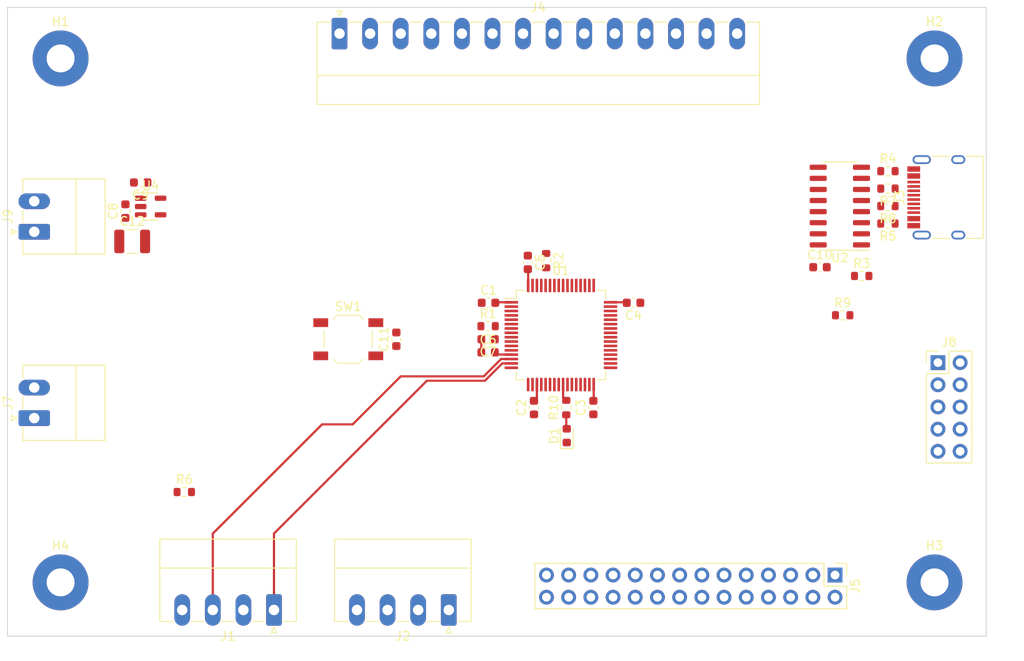
<source format=kicad_pcb>
(kicad_pcb (version 20221018) (generator pcbnew)
  (layers (0 "F.Cu" signal) (31 "B.Cu" signal) (34 "B.Paste" user) (35 "F.Paste" user) (36 "B.SilkS" user "B.Silkscreen") (37 "F.SilkS" user "F.Silkscreen") (38 "B.Mask" user) (39 "F.Mask" user) (44 "Edge.Cuts" user))
  (net 0 "")
  (net 1 "GND")
  (net 2 "/+3.3V")
  (net 3 "Net-(C6-Pad1)")
  (net 4 "+5V")
  (net 5 "Net-(C10-Pad1)")
  (net 6 "/NRST")
  (net 7 "Net-(D1-A)")
  (net 8 "/PUL1+")
  (net 9 "/DIR1+")
  (net 10 "/PUL2+")
  (net 11 "/DIR2+")
  (net 12 "Net-(J3-CC1)")
  (net 13 "Net-(J3-D+-PadA6)")
  (net 14 "Net-(J3-D--PadA7)")
  (net 16 "Net-(J3-CC2)")
  (net 18 "Net-(J3-SHIELD)")
  (net 19 "/PWM1")
  (net 20 "/PWM2")
  (net 21 "/COM1")
  (net 22 "/COM2")
  (net 23 "/COM3")
  (net 24 "/COM4")
  (net 25 "/COM5")
  (net 26 "/COM6")
  (net 27 "/COM7")
  (net 28 "/S1")
  (net 29 "/S2")
  (net 30 "/S3")
  (net 31 "/SE1")
  (net 32 "/SE2")
  (net 33 "/GND_EXT")
  (net 34 "/+3.3V_SENSE")
  (net 35 "/SWDIO")
  (net 36 "/SWCLK")
  (net 39 "Net-(U1-BOOT0)")
  (net 40 "/D-")
  (net 41 "/D+")
  (net 42 "/LED1")
  (net 43 "/RX")
  (net 44 "/TX")
  (net 56 "/PD0")
  (net 57 "/PC12")
  (net 58 "/PD1")
  (net 59 "/PC13")
  (net 60 "/PD2")
  (net 61 "/PC14")
  (net 62 "/PC0")
  (net 63 "/PC15")
  (net 64 "/PC1")
  (net 65 "/PA6")
  (net 66 "/PC2")
  (net 67 "/PA7")
  (net 68 "/PC3")
  (net 69 "/PA15")
  (net 70 "/PC4")
  (net 71 "/PB9")
  (net 72 "/PC6")
  (net 73 "/PB10")
  (net 74 "/PC7")
  (net 75 "/PB11")
  (net 76 "/PC8")
  (net 77 "/PB12")
  (net 78 "/PC9")
  (net 79 "/PB13")
  (net 80 "/PC10")
  (net 81 "/PB14")
  (net 82 "/PC11")
  (net 83 "/PB15")
  (footprint "Capacitor_SMD:C_0603_1608Metric" (layer "F.Cu") (at 186.975 93.75)
    (fp_text reference "C10" (at 0 -1.43) (layer "F.SilkS"))
    (fp_text value "100nF")
    (pad "1" smd roundrect (at -0.775 0) (size 0.9 0.95) (layers "F.Cu" "F.Paste" "F.Mask") (net 5 "Net-(C10-Pad1)"))
    (pad "2" smd roundrect (at 0.775 0) (size 0.9 0.95) (layers "F.Cu" "F.Paste" "F.Mask") (net 1 "GND"))
  )
  (footprint "Button_Switch_SMD:SW_SPST_TL3342" (layer "F.Cu") (at 133 102)
    (fp_text reference "SW1" (at 0 -3.75) (layer "F.SilkS"))
    (fp_text value "SW_Push")
    (pad "1" smd rect (at -3.15 -1.9) (size 1.7 1) (layers "F.Cu" "F.Paste" "F.Mask") (net 1 "GND"))
    (pad "1" smd rect (at 3.15 -1.9) (size 1.7 1) (layers "F.Cu" "F.Paste" "F.Mask") (net 1 "GND"))
    (pad "2" smd rect (at -3.15 1.9) (size 1.7 1) (layers "F.Cu" "F.Paste" "F.Mask") (net 6 "/NRST"))
    (pad "2" smd rect (at 3.15 1.9) (size 1.7 1) (layers "F.Cu" "F.Paste" "F.Mask") (net 6 "/NRST"))
  )
  (footprint "Resistor_SMD:R_0603_1608Metric" (layer "F.Cu") (at 155.645 93 -90)
    (fp_text reference "R2" (at 0 -1.43 90) (layer "F.SilkS"))
    (fp_text value "10k")
    (pad "1" smd roundrect (at -0.825 0 270) (size 0.8 0.95) (layers "F.Cu" "F.Paste" "F.Mask") (net 1 "GND"))
    (pad "2" smd roundrect (at 0.825 0 270) (size 0.8 0.95) (layers "F.Cu" "F.Paste" "F.Mask") (net 39 "Net-(U1-BOOT0)"))
  )
  (footprint "Capacitor_SMD:C_0603_1608Metric" (layer "F.Cu") (at 154.25 109.825 90)
    (fp_text reference "C2" (at 0 -1.43 90) (layer "F.SilkS"))
    (fp_text value "0.1uF")
    (pad "1" smd roundrect (at -0.775 0 90) (size 0.9 0.95) (layers "F.Cu" "F.Paste" "F.Mask") (net 1 "GND"))
    (pad "2" smd roundrect (at 0.775 0 90) (size 0.9 0.95) (layers "F.Cu" "F.Paste" "F.Mask") (net 2 "/+3.3V"))
  )
  (footprint "Capacitor_SMD:C_0603_1608Metric" (layer "F.Cu") (at 107.5 87.325 90)
    (fp_text reference "C8" (at 0 -1.43 90) (layer "F.SilkS"))
    (fp_text value "1uF")
    (pad "1" smd roundrect (at -0.775 0 90) (size 0.9 0.95) (layers "F.Cu" "F.Paste" "F.Mask") (net 4 "+5V"))
    (pad "2" smd roundrect (at 0.775 0 90) (size 0.9 0.95) (layers "F.Cu" "F.Paste" "F.Mask") (net 1 "GND"))
  )
  (footprint "Capacitor_SMD:C_1210_3225Metric" (layer "F.Cu") (at 108.275 90.8)
    (fp_text reference "C12" (at 0 -2.3) (layer "F.SilkS"))
    (fp_text value "47uF")
    (pad "1" smd roundrect (at -1.475 0) (size 1.15 2.7) (layers "F.Cu" "F.Paste" "F.Mask") (roundrect_rratio 0.217391) (net 1 "GND"))
    (pad "2" smd roundrect (at 1.475 0) (size 1.15 2.7) (layers "F.Cu" "F.Paste" "F.Mask") (roundrect_rratio 0.217391) (net 4 "+5V"))
  )
  (footprint "MountingHole:MountingHole_3.2mm_M3_Pad" (layer "F.Cu") (at 200.085 69.84)
    (fp_text reference "H2" (at 0 -4.2) (layer "F.SilkS"))
    (fp_text value "MountingHole_Pad")
    (pad "1" thru_hole circle (at 0 0) (size 6.4 6.4) (drill 3.2) (layers "*.Cu" "*.Mask") (net 1 "GND"))
  )
  (footprint "MountingHole:MountingHole_3.2mm_M3_Pad" (layer "F.Cu") (at 200.085 129.84)
    (fp_text reference "H3" (at 0 -4.2) (layer "F.SilkS"))
    (fp_text value "MountingHole_Pad")
    (pad "1" thru_hole circle (at 0 0) (size 6.4 6.4) (drill 3.2) (layers "*.Cu" "*.Mask") (net 1 "GND"))
  )
  (footprint "Resistor_SMD:R_0603_1608Metric" (layer "F.Cu") (at 149 100.5)
    (fp_text reference "R1" (at 0 -1.43) (layer "F.SilkS"))
    (fp_text value "10k")
    (pad "1" smd roundrect (at -0.825 0) (size 0.8 0.95) (layers "F.Cu" "F.Paste" "F.Mask") (net 6 "/NRST"))
    (pad "2" smd roundrect (at 0.825 0) (size 0.8 0.95) (layers "F.Cu" "F.Paste" "F.Mask") (net 2 "/+3.3V"))
  )
  (footprint "Connector_Phoenix_MC:PhoenixContact_MC_1,5_4-G-3.5_1x04_P3.50mm_Horizontal" (layer "F.Cu") (at 144.5 133 180)
    (fp_text reference "J2" (at 5.25 -3) (layer "F.SilkS"))
    (fp_text value "Conn_01x04_Socket")
    (pad "1" thru_hole roundrect (at 0 0 180) (size 1.8 3.6) (drill 1.2) (layers "*.Cu" "*.Mask") (roundrect_rratio 0.138889) (net 10 "/PUL2+"))
    (pad "2" thru_hole oval (at 3.5 0 180) (size 1.8 3.6) (drill 1.2) (layers "*.Cu" "*.Mask") (net 1 "GND"))
    (pad "3" thru_hole oval (at 7 0 180) (size 1.8 3.6) (drill 1.2) (layers "*.Cu" "*.Mask") (net 11 "/DIR2+"))
    (pad "4" thru_hole oval (at 10.5 0 180) (size 1.8 3.6) (drill 1.2) (layers "*.Cu" "*.Mask") (net 1 "GND"))
  )
  (footprint "Capacitor_SMD:C_0603_1608Metric" (layer "F.Cu") (at 149.045 97.825)
    (fp_text reference "C1" (at 0 -1.43) (layer "F.SilkS"))
    (fp_text value "0.1uF")
    (pad "1" smd roundrect (at -0.775 0) (size 0.9 0.95) (layers "F.Cu" "F.Paste" "F.Mask") (net 1 "GND"))
    (pad "2" smd roundrect (at 0.775 0) (size 0.9 0.95) (layers "F.Cu" "F.Paste" "F.Mask") (net 2 "/+3.3V"))
  )
  (footprint "Capacitor_SMD:C_0603_1608Metric" (layer "F.Cu") (at 153.545 93.2 -90)
    (fp_text reference "C5" (at 0 -1.43 90) (layer "F.SilkS"))
    (fp_text value "0.1uF")
    (pad "1" smd roundrect (at -0.775 0 270) (size 0.9 0.95) (layers "F.Cu" "F.Paste" "F.Mask") (net 1 "GND"))
    (pad "2" smd roundrect (at 0.775 0 270) (size 0.9 0.95) (layers "F.Cu" "F.Paste" "F.Mask") (net 2 "/+3.3V"))
  )
  (footprint "MountingHole:MountingHole_3.2mm_M3_Pad" (layer "F.Cu") (at 100.085 129.84)
    (fp_text reference "H4" (at 0 -4.2) (layer "F.SilkS"))
    (fp_text value "MountingHole_Pad")
    (pad "1" thru_hole circle (at 0 0) (size 6.4 6.4) (drill 3.2) (layers "*.Cu" "*.Mask") (net 1 "GND"))
  )
  (footprint "Connector_USB:USB_C_Receptacle_HRO_TYPE-C-31-M-12" (layer "F.Cu") (at 201.75 85.75 90)
    (fp_text reference "J3" (at 0 -5.645 90) (layer "F.SilkS"))
    (fp_text value "USB_C_Receptacle_USB2.0_16P")
    (pad "" np_thru_hole circle (at -2.89 -2.6 90) (size 0.65 0.65) (drill 0.65) (layers "*.Cu" "*.Mask"))
    (pad "" np_thru_hole circle (at 2.89 -2.6 90) (size 0.65 0.65) (drill 0.65) (layers "*.Cu" "*.Mask"))
    (pad "A1" smd rect (at -3.25 -4.045 90) (size 0.6 1.45) (layers "F.Cu" "F.Paste" "F.Mask") (net 1 "GND"))
    (pad "A4" smd rect (at -2.45 -4.045 90) (size 0.6 1.45) (layers "F.Cu" "F.Paste" "F.Mask") (net 4 "+5V"))
    (pad "A5" smd rect (at -1.25 -4.045 90) (size 0.3 1.45) (layers "F.Cu" "F.Paste" "F.Mask") (net 12 "Net-(J3-CC1)"))
    (pad "A6" smd rect (at -0.25 -4.045 90) (size 0.3 1.45) (layers "F.Cu" "F.Paste" "F.Mask") (net 13 "Net-(J3-D+-PadA6)"))
    (pad "A7" smd rect (at 0.25 -4.045 90) (size 0.3 1.45) (layers "F.Cu" "F.Paste" "F.Mask") (net 14 "Net-(J3-D--PadA7)"))
    (pad "A8" smd rect (at 1.25 -4.045 90) (size 0.3 1.45) (layers "F.Cu" "F.Paste" "F.Mask"))
    (pad "A9" smd rect (at 2.45 -4.045 90) (size 0.6 1.45) (layers "F.Cu" "F.Paste" "F.Mask") (net 4 "+5V"))
    (pad "A12" smd rect (at 3.25 -4.045 90) (size 0.6 1.45) (layers "F.Cu" "F.Paste" "F.Mask") (net 1 "GND"))
    (pad "B1" smd rect (at 3.25 -4.045 90) (size 0.6 1.45) (layers "F.Cu" "F.Paste" "F.Mask") (net 1 "GND"))
    (pad "B4" smd rect (at 2.45 -4.045 90) (size 0.6 1.45) (layers "F.Cu" "F.Paste" "F.Mask") (net 4 "+5V"))
    (pad "B5" smd rect (at 1.75 -4.045 90) (size 0.3 1.45) (layers "F.Cu" "F.Paste" "F.Mask") (net 16 "Net-(J3-CC2)"))
    (pad "B6" smd rect (at 0.75 -4.045 90) (size 0.3 1.45) (layers "F.Cu" "F.Paste" "F.Mask") (net 13 "Net-(J3-D+-PadA6)"))
    (pad "B7" smd rect (at -0.75 -4.045 90) (size 0.3 1.45) (layers "F.Cu" "F.Paste" "F.Mask") (net 14 "Net-(J3-D--PadA7)"))
    (pad "B8" smd rect (at -1.75 -4.045 90) (size 0.3 1.45) (layers "F.Cu" "F.Paste" "F.Mask"))
    (pad "B9" smd rect (at -2.45 -4.045 90) (size 0.6 1.45) (layers "F.Cu" "F.Paste" "F.Mask") (net 4 "+5V"))
    (pad "B12" smd rect (at -3.25 -4.045 90) (size 0.6 1.45) (layers "F.Cu" "F.Paste" "F.Mask") (net 1 "GND"))
    (pad "S1" thru_hole oval (at -4.32 -3.13 90) (size 1 2.1) (drill oval 0.6 1.7) (layers "*.Cu" "*.Mask") (net 18 "Net-(J3-SHIELD)"))
    (pad "S1" thru_hole oval (at -4.32 1.05 90) (size 1 1.6) (drill oval 0.6 1.2) (layers "*.Cu" "*.Mask") (net 18 "Net-(J3-SHIELD)"))
    (pad "S1" thru_hole oval (at 4.32 -3.13 90) (size 1 2.1) (drill oval 0.6 1.7) (layers "*.Cu" "*.Mask") (net 18 "Net-(J3-SHIELD)"))
    (pad "S1" thru_hole oval (at 4.32 1.05 90) (size 1 1.6) (drill oval 0.6 1.2) (layers "*.Cu" "*.Mask") (net 18 "Net-(J3-SHIELD)"))
  )
  (footprint "Capacitor_SMD:C_0603_1608Metric" (layer "F.Cu") (at 149 103.5)
    (fp_text reference "C6" (at 0 -1.43) (layer "F.SilkS"))
    (fp_text value "0.1uF")
    (pad "1" smd roundrect (at -0.775 0) (size 0.9 0.95) (layers "F.Cu" "F.Paste" "F.Mask") (net 3 "Net-(C6-Pad1)"))
    (pad "2" smd roundrect (at 0.775 0) (size 0.9 0.95) (layers "F.Cu" "F.Paste" "F.Mask") (net 2 "/+3.3V"))
  )
  (footprint "Resistor_SMD:R_0603_1608Metric" (layer "F.Cu") (at 194.75 84.75 180)
    (fp_text reference "R7" (at 0 -1.43) (layer "F.SilkS"))
    (fp_text value "22")
    (pad "1" smd roundrect (at -0.825 0 180) (size 0.8 0.95) (layers "F.Cu" "F.Paste" "F.Mask") (net 14 "Net-(J3-D--PadA7)"))
    (pad "2" smd roundrect (at 0.825 0 180) (size 0.8 0.95) (layers "F.Cu" "F.Paste" "F.Mask") (net 40 "/D-"))
  )
  (footprint "Package_SO:SOIC-16_3.9x9.9mm_P1.27mm" (layer "F.Cu") (at 189.25 86.75 180)
    (fp_text reference "U2" (at 0 -5.9) (layer "F.SilkS"))
    (fp_text value "CH340C")
    (pad "1" smd roundrect (at -2.475 -4.445 180) (size 1.95 0.6) (layers "F.Cu" "F.Paste" "F.Mask") (net 1 "GND"))
    (pad "2" smd roundrect (at -2.475 -3.175 180) (size 1.95 0.6) (layers "F.Cu" "F.Paste" "F.Mask") (net 44 "/TX"))
    (pad "3" smd roundrect (at -2.475 -1.905 180) (size 1.95 0.6) (layers "F.Cu" "F.Paste" "F.Mask") (net 43 "/RX"))
    (pad "4" smd roundrect (at -2.475 -0.635 180) (size 1.95 0.6) (layers "F.Cu" "F.Paste" "F.Mask"))
    (pad "5" smd roundrect (at -2.475 0.635 180) (size 1.95 0.6) (layers "F.Cu" "F.Paste" "F.Mask") (net 41 "/D+"))
    (pad "6" smd roundrect (at -2.475 1.905 180) (size 1.95 0.6) (layers "F.Cu" "F.Paste" "F.Mask") (net 40 "/D-"))
    (pad "7" smd roundrect (at -2.475 3.175 180) (size 1.95 0.6) (layers "F.Cu" "F.Paste" "F.Mask"))
    (pad "8" smd roundrect (at -2.475 4.445 180) (size 1.95 0.6) (layers "F.Cu" "F.Paste" "F.Mask"))
    (pad "9" smd roundrect (at 2.475 4.445 180) (size 1.95 0.6) (layers "F.Cu" "F.Paste" "F.Mask"))
    (pad "10" smd roundrect (at 2.475 3.175 180) (size 1.95 0.6) (layers "F.Cu" "F.Paste" "F.Mask"))
    (pad "11" smd roundrect (at 2.475 1.905 180) (size 1.95 0.6) (layers "F.Cu" "F.Paste" "F.Mask"))
    (pad "12" smd roundrect (at 2.475 0.635 180) (size 1.95 0.6) (layers "F.Cu" "F.Paste" "F.Mask"))
    (pad "13" smd roundrect (at 2.475 -0.635 180) (size 1.95 0.6) (layers "F.Cu" "F.Paste" "F.Mask"))
    (pad "14" smd roundrect (at 2.475 -1.905 180) (size 1.95 0.6) (layers "F.Cu" "F.Paste" "F.Mask"))
    (pad "15" smd roundrect (at 2.475 -3.175 180) (size 1.95 0.6) (layers "F.Cu" "F.Paste" "F.Mask"))
    (pad "16" smd roundrect (at 2.475 -4.445 180) (size 1.95 0.6) (layers "F.Cu" "F.Paste" "F.Mask") (net 2 "/+3.3V"))
  )
  (footprint "Connector_PinHeader_2.54mm:PinHeader_2x14_P2.54mm_Vertical" (layer "F.Cu") (at 188.7 129 -90)
    (fp_text reference "J5" (at 1.27 -2.33 90) (layer "F.SilkS"))
    (fp_text value "Conn_02x14_Odd_Even")
    (pad "1" thru_hole rect (at 0 0 270) (size 1.7 1.7) (drill 1) (layers "*.Cu" "*.Mask") (net 56 "/PD0"))
    (pad "2" thru_hole oval (at 2.54 0 270) (size 1.7 1.7) (drill 1) (layers "*.Cu" "*.Mask") (net 57 "/PC12"))
    (pad "3" thru_hole oval (at 0 2.54 270) (size 1.7 1.7) (drill 1) (layers "*.Cu" "*.Mask") (net 58 "/PD1"))
    (pad "4" thru_hole oval (at 2.54 2.54 270) (size 1.7 1.7) (drill 1) (layers "*.Cu" "*.Mask") (net 59 "/PC13"))
    (pad "5" thru_hole oval (at 0 5.08 270) (size 1.7 1.7) (drill 1) (layers "*.Cu" "*.Mask") (net 60 "/PD2"))
    (pad "6" thru_hole oval (at 2.54 5.08 270) (size 1.7 1.7) (drill 1) (layers "*.Cu" "*.Mask") (net 61 "/PC14"))
    (pad "7" thru_hole oval (at 0 7.62 270) (size 1.7 1.7) (drill 1) (layers "*.Cu" "*.Mask") (net 62 "/PC0"))
    (pad "8" thru_hole oval (at 2.54 7.62 270) (size 1.7 1.7) (drill 1) (layers "*.Cu" "*.Mask") (net 63 "/PC15"))
    (pad "9" thru_hole oval (at 0 10.16 270) (size 1.7 1.7) (drill 1) (layers "*.Cu" "*.Mask") (net 64 "/PC1"))
    (pad "10" thru_hole oval (at 2.54 10.16 270) (size 1.7 1.7) (drill 1) (layers "*.Cu" "*.Mask") (net 65 "/PA6"))
    (pad "11" thru_hole oval (at 0 12.7 270) (size 1.7 1.7) (drill 1) (layers "*.Cu" "*.Mask") (net 66 "/PC2"))
    (pad "12" thru_hole oval (at 2.54 12.7 270) (size 1.7 1.7) (drill 1) (layers "*.Cu" "*.Mask") (net 67 "/PA7"))
    (pad "13" thru_hole oval (at 0 15.24 270) (size 1.7 1.7) (drill 1) (layers "*.Cu" "*.Mask") (net 68 "/PC3"))
    (pad "14" thru_hole oval (at 2.54 15.24 270) (size 1.7 1.7) (drill 1) (layers "*.Cu" "*.Mask") (net 69 "/PA15"))
    (pad "15" thru_hole oval (at 0 17.78 270) (size 1.7 1.7) (drill 1) (layers "*.Cu" "*.Mask") (net 70 "/PC4"))
    (pad "16" thru_hole oval (at 2.54 17.78 270) (size 1.7 1.7) (drill 1) (layers "*.Cu" "*.Mask") (net 71 "/PB9"))
    (pad "17" thru_hole oval (at 0 20.32 270) (size 1.7 1.7) (drill 1) (layers "*.Cu" "*.Mask") (net 72 "/PC6"))
    (pad "18" thru_hole oval (at 2.54 20.32 270) (size 1.7 1.7) (drill 1) (layers "*.Cu" "*.Mask") (net 73 "/PB10"))
    (pad "19" thru_hole oval (at 0 22.86 270) (size 1.7 1.7) (drill 1) (layers "*.Cu" "*.Mask") (net 74 "/PC7"))
    (pad "20" thru_hole oval (at 2.54 22.86 270) (size 1.7 1.7) (drill 1) (layers "*.Cu" "*.Mask") (net 75 "/PB11"))
    (pad "21" thru_hole oval (at 0 25.4 270) (size 1.7 1.7) (drill 1) (layers "*.Cu" "*.Mask") (net 76 "/PC8"))
    (pad "22" thru_hole oval (at 2.54 25.4 270) (size 1.7 1.7) (drill 1) (layers "*.Cu" "*.Mask") (net 77 "/PB12"))
    (pad "23" thru_hole oval (at 0 27.94 270) (size 1.7 1.7) (drill 1) (layers "*.Cu" "*.Mask") (net 78 "/PC9"))
    (pad "24" thru_hole oval (at 2.54 27.94 270) (size 1.7 1.7) (drill 1) (layers "*.Cu" "*.Mask") (net 79 "/PB13"))
    (pad "25" thru_hole oval (at 0 30.48 270) (size 1.7 1.7) (drill 1) (layers "*.Cu" "*.Mask") (net 80 "/PC10"))
    (pad "26" thru_hole oval (at 2.54 30.48 270) (size 1.7 1.7) (drill 1) (layers "*.Cu" "*.Mask") (net 81 "/PB14"))
    (pad "27" thru_hole oval (at 0 33.02 270) (size 1.7 1.7) (drill 1) (layers "*.Cu" "*.Mask") (net 82 "/PC11"))
    (pad "28" thru_hole oval (at 2.54 33.02 270) (size 1.7 1.7) (drill 1) (layers "*.Cu" "*.Mask") (net 83 "/PB15"))
  )
  (footprint "MountingHole:MountingHole_3.2mm_M3_Pad" (layer "F.Cu") (at 100.085 69.84)
    (fp_text reference "H1" (at 0 -4.2) (layer "F.SilkS"))
    (fp_text value "MountingHole_Pad")
    (pad "1" thru_hole circle (at 0 0) (size 6.4 6.4) (drill 3.2) (layers "*.Cu" "*.Mask") (net 1 "GND"))
  )
  (footprint "Package_TO_SOT_SMD:SOT-23-5" (layer "F.Cu") (at 110.3875 86.8)
    (fp_text reference "U4" (at 0 -2.4) (layer "F.SilkS"))
    (fp_text value "AP2112K-3.3")
    (pad "1" smd roundrect (at -1.1375 -0.95) (size 1.325 0.6) (layers "F.Cu" "F.Paste" "F.Mask") (net 4 "+5V"))
    (pad "2" smd roundrect (at -1.1375 0) (size 1.325 0.6) (layers "F.Cu" "F.Paste" "F.Mask") (net 1 "GND"))
    (pad "3" smd roundrect (at -1.1375 0.95) (size 1.325 0.6) (layers "F.Cu" "F.Paste" "F.Mask") (net 4 "+5V"))
    (pad "4" smd roundrect (at 1.1375 0.95) (size 1.325 0.6) (layers "F.Cu" "F.Paste" "F.Mask"))
    (pad "5" smd roundrect (at 1.1375 -0.95) (size 1.325 0.6) (layers "F.Cu" "F.Paste" "F.Mask") (net 2 "/+3.3V"))
  )
  (footprint "Capacitor_SMD:C_0603_1608Metric" (layer "F.Cu") (at 149 102 180)
    (fp_text reference "C7" (at 0 -1.43) (layer "F.SilkS"))
    (fp_text value "1uF")
    (pad "1" smd roundrect (at -0.775 0 180) (size 0.9 0.95) (layers "F.Cu" "F.Paste" "F.Mask") (net 1 "GND"))
    (pad "2" smd roundrect (at 0.775 0 180) (size 0.9 0.95) (layers "F.Cu" "F.Paste" "F.Mask") (net 3 "Net-(C6-Pad1)"))
  )
  (footprint "Capacitor_SMD:C_0603_1608Metric" (layer "F.Cu") (at 161.045 109.825 90)
    (fp_text reference "C3" (at 0 -1.43 90) (layer "F.SilkS"))
    (fp_text value "0.1uF")
    (pad "1" smd roundrect (at -0.775 0 90) (size 0.9 0.95) (layers "F.Cu" "F.Paste" "F.Mask") (net 1 "GND"))
    (pad "2" smd roundrect (at 0.775 0 90) (size 0.9 0.95) (layers "F.Cu" "F.Paste" "F.Mask") (net 2 "/+3.3V"))
  )
  (footprint "Resistor_SMD:R_0603_1608Metric" (layer "F.Cu") (at 194.75 86.75 180)
    (fp_text reference "R8" (at 0 -1.43) (layer "F.SilkS"))
    (fp_text value "22")
    (pad "1" smd roundrect (at -0.825 0 180) (size 0.8 0.95) (layers "F.Cu" "F.Paste" "F.Mask") (net 13 "Net-(J3-D+-PadA6)"))
    (pad "2" smd roundrect (at 0.825 0 180) (size 0.8 0.95) (layers "F.Cu" "F.Paste" "F.Mask") (net 41 "/D+"))
  )
  (footprint "Connector_Phoenix_MC:PhoenixContact_MC_1,5_2-G-3.5_1x02_P3.50mm_Horizontal" (layer "F.Cu") (at 97.0675 89.695 90)
    (fp_text reference "J9" (at 1.75 -3 90) (layer "F.SilkS"))
    (fp_text value "Conn_01x02_Socket")
    (pad "1" thru_hole roundrect (at 0 0 90) (size 1.8 3.6) (drill 1.2) (layers "*.Cu" "*.Mask") (roundrect_rratio 0.138889) (net 4 "+5V"))
    (pad "2" thru_hole oval (at 3.5 0 90) (size 1.8 3.6) (drill 1.2) (layers "*.Cu" "*.Mask") (net 1 "GND"))
  )
  (footprint "Connector_Phoenix_MC:PhoenixContact_MC_1,5_4-G-3.5_1x04_P3.50mm_Horizontal" (layer "F.Cu") (at 124.5 133 180)
    (fp_text reference "J1" (at 5.25 -3) (layer "F.SilkS"))
    (fp_text value "Conn_01x04_Socket")
    (pad "1" thru_hole roundrect (at 0 0 180) (size 1.8 3.6) (drill 1.2) (layers "*.Cu" "*.Mask") (roundrect_rratio 0.138889) (net 8 "/PUL1+"))
    (pad "2" thru_hole oval (at 3.5 0 180) (size 1.8 3.6) (drill 1.2) (layers "*.Cu" "*.Mask") (net 1 "GND"))
    (pad "3" thru_hole oval (at 7 0 180) (size 1.8 3.6) (drill 1.2) (layers "*.Cu" "*.Mask") (net 9 "/DIR1+"))
    (pad "4" thru_hole oval (at 10.5 0 180) (size 1.8 3.6) (drill 1.2) (layers "*.Cu" "*.Mask") (net 1 "GND"))
  )
  (footprint "Resistor_SMD:R_0603_1608Metric" (layer "F.Cu") (at 194.75 88.75 180)
    (fp_text reference "R5" (at 0 -1.43) (layer "F.SilkS"))
    (fp_text value "5.1k")
    (pad "1" smd roundrect (at -0.825 0 180) (size 0.8 0.95) (layers "F.Cu" "F.Paste" "F.Mask") (net 12 "Net-(J3-CC1)"))
    (pad "2" smd roundrect (at 0.825 0 180) (size 0.8 0.95) (layers "F.Cu" "F.Paste" "F.Mask") (net 1 "GND"))
  )
  (footprint "Package_QFP:LQFP-64_10x10mm_P0.5mm" (layer "F.Cu") (at 157.335 101.515)
    (fp_text reference "U1" (at 0 -7.4) (layer "F.SilkS"))
    (fp_text value "STM32F103RBTx")
    (pad "1" smd roundrect (at -5.675 -3.75) (size 1.55 0.3) (layers "F.Cu" "F.Paste" "F.Mask") (net 2 "/+3.3V"))
    (pad "2" smd roundrect (at -5.675 -3.25) (size 1.55 0.3) (layers "F.Cu" "F.Paste" "F.Mask") (net 59 "/PC13"))
    (pad "3" smd roundrect (at -5.675 -2.75) (size 1.55 0.3) (layers "F.Cu" "F.Paste" "F.Mask") (net 61 "/PC14"))
    (pad "4" smd roundrect (at -5.675 -2.25) (size 1.55 0.3) (layers "F.Cu" "F.Paste" "F.Mask") (net 63 "/PC15"))
    (pad "5" smd roundrect (at -5.675 -1.75) (size 1.55 0.3) (layers "F.Cu" "F.Paste" "F.Mask") (net 56 "/PD0"))
    (pad "6" smd roundrect (at -5.675 -1.25) (size 1.55 0.3) (layers "F.Cu" "F.Paste" "F.Mask") (net 58 "/PD1"))
    (pad "7" smd roundrect (at -5.675 -0.75) (size 1.55 0.3) (layers "F.Cu" "F.Paste" "F.Mask") (net 6 "/NRST"))
    (pad "8" smd roundrect (at -5.675 -0.25) (size 1.55 0.3) (layers "F.Cu" "F.Paste" "F.Mask") (net 62 "/PC0"))
    (pad "9" smd roundrect (at -5.675 0.25) (size 1.55 0.3) (layers "F.Cu" "F.Paste" "F.Mask") (net 64 "/PC1"))
    (pad "10" smd roundrect (at -5.675 0.75) (size 1.55 0.3) (layers "F.Cu" "F.Paste" "F.Mask") (net 66 "/PC2"))
    (pad "11" smd roundrect (at -5.675 1.25) (size 1.55 0.3) (layers "F.Cu" "F.Paste" "F.Mask") (net 68 "/PC3"))
    (pad "12" smd roundrect (at -5.675 1.75) (size 1.55 0.3) (layers "F.Cu" "F.Paste" "F.Mask") (net 1 "GND"))
    (pad "13" smd roundrect (at -5.675 2.25) (size 1.55 0.3) (layers "F.Cu" "F.Paste" "F.Mask") (net 2 "/+3.3V"))
    (pad "14" smd roundrect (at -5.675 2.75) (size 1.55 0.3) (layers "F.Cu" "F.Paste" "F.Mask") (net 9 "/DIR1+"))
    (pad "15" smd roundrect (at -5.675 3.25) (size 1.55 0.3) (layers "F.Cu" "F.Paste" "F.Mask") (net 8 "/PUL1+"))
    (pad "16" smd roundrect (at -5.675 3.75) (size 1.55 0.3) (layers "F.Cu" "F.Paste" "F.Mask") (net 43 "/RX"))
    (pad "17" smd roundrect (at -3.75 5.675) (size 0.3 1.55) (layers "F.Cu" "F.Paste" "F.Mask") (net 44 "/TX"))
    (pad "18" smd roundrect (at -3.25 5.675) (size 0.3 1.55) (layers "F.Cu" "F.Paste" "F.Mask") (net 1 "GND"))
    (pad "19" smd roundrect (at -2.75 5.675) (size 0.3 1.55) (layers "F.Cu" "F.Paste" "F.Mask") (net 2 "/+3.3V"))
    (pad "20" smd roundrect (at -2.25 5.675) (size 0.3 1.55) (layers "F.Cu" "F.Paste" "F.Mask") (net 11 "/DIR2+"))
    (pad "21" smd roundrect (at -1.75 5.675) (size 0.3 1.55) (layers "F.Cu" "F.Paste" "F.Mask") (net 10 "/PUL2+"))
    (pad "22" smd roundrect (at -1.25 5.675) (size 0.3 1.55) (layers "F.Cu" "F.Paste" "F.Mask") (net 65 "/PA6"))
    (pad "23" smd roundrect (at -0.75 5.675) (size 0.3 1.55) (layers "F.Cu" "F.Paste" "F.Mask") (net 67 "/PA7"))
    (pad "24" smd roundrect (at -0.25 5.675) (size 0.3 1.55) (layers "F.Cu" "F.Paste" "F.Mask") (net 70 "/PC4"))
    (pad "25" smd roundrect (at 0.25 5.675) (size 0.3 1.55) (layers "F.Cu" "F.Paste" "F.Mask") (net 42 "/LED1"))
    (pad "26" smd roundrect (at 0.75 5.675) (size 0.3 1.55) (layers "F.Cu" "F.Paste" "F.Mask") (net 21 "/COM1"))
    (pad "27" smd roundrect (at 1.25 5.675) (size 0.3 1.55) (layers "F.Cu" "F.Paste" "F.Mask") (net 22 "/COM2"))
    (pad "28" smd roundrect (at 1.75 5.675) (size 0.3 1.55) (layers "F.Cu" "F.Paste" "F.Mask") (net 23 "/COM3"))
    (pad "29" smd roundrect (at 2.25 5.675) (size 0.3 1.55) (layers "F.Cu" "F.Paste" "F.Mask") (net 73 "/PB10"))
    (pad "30" smd roundrect (at 2.75 5.675) (size 0.3 1.55) (layers "F.Cu" "F.Paste" "F.Mask") (net 75 "/PB11"))
    (pad "31" smd roundrect (at 3.25 5.675) (size 0.3 1.55) (layers "F.Cu" "F.Paste" "F.Mask") (net 1 "GND"))
    (pad "32" smd roundrect (at 3.75 5.675) (size 0.3 1.55) (layers "F.Cu" "F.Paste" "F.Mask") (net 2 "/+3.3V"))
    (pad "33" smd roundrect (at 5.675 3.75) (size 1.55 0.3) (layers "F.Cu" "F.Paste" "F.Mask") (net 77 "/PB12"))
    (pad "34" smd roundrect (at 5.675 3.25) (size 1.55 0.3) (layers "F.Cu" "F.Paste" "F.Mask") (net 79 "/PB13"))
    (pad "35" smd roundrect (at 5.675 2.75) (size 1.55 0.3) (layers "F.Cu" "F.Paste" "F.Mask") (net 81 "/PB14"))
    (pad "36" smd roundrect (at 5.675 2.25) (size 1.55 0.3) (layers "F.Cu" "F.Paste" "F.Mask") (net 83 "/PB15"))
    (pad "37" smd roundrect (at 5.675 1.75) (size 1.55 0.3) (layers "F.Cu" "F.Paste" "F.Mask") (net 72 "/PC6"))
    (pad "38" smd roundrect (at 5.675 1.25) (size 1.55 0.3) (layers "F.Cu" "F.Paste" "F.Mask") (net 74 "/PC7"))
    (pad "39" smd roundrect (at 5.675 0.75) (size 1.55 0.3) (layers "F.Cu" "F.Paste" "F.Mask") (net 76 "/PC8"))
    (pad "40" smd roundrect (at 5.675 0.25) (size 1.55 0.3) (layers "F.Cu" "F.Paste" "F.Mask") (net 78 "/PC9"))
    (pad "41" smd roundrect (at 5.675 -0.25) (size 1.55 0.3) (layers "F.Cu" "F.Paste" "F.Mask") (net 19 "/PWM1"))
    (pad "42" smd roundrect (at 5.675 -0.75) (size 1.55 0.3) (layers "F.Cu" "F.Paste" "F.Mask") (net 20 "/PWM2"))
    (pad "43" smd roundrect (at 5.675 -1.25) (size 1.55 0.3) (layers "F.Cu" "F.Paste" "F.Mask") (net 28 "/S1"))
    (pad "44" smd roundrect (at 5.675 -1.75) (size 1.55 0.3) (layers "F.Cu" "F.Paste" "F.Mask") (net 29 "/S2"))
    (pad "45" smd roundrect (at 5.675 -2.25) (size 1.55 0.3) (layers "F.Cu" "F.Paste" "F.Mask") (net 30 "/S3"))
    (pad "46" smd roundrect (at 5.675 -2.75) (size 1.55 0.3) (layers "F.Cu" "F.Paste" "F.Mask") (net 35 "/SWDIO"))
    (pad "47" smd roundrect (at 5.675 -3.25) (size 1.55 0.3) (layers "F.Cu" "F.Paste" "F.Mask") (net 1 "GND"))
    (pad "48" smd roundrect (at 5.675 -3.75) (size 1.55 0.3) (layers "F.Cu" "F.Paste" "F.Mask") (net 2 "/+3.3V"))
    (pad "49" smd roundrect (at 3.75 -5.675) (size 0.3 1.55) (layers "F.Cu" "F.Paste" "F.Mask") (net 36 "/SWCLK"))
    (pad "50" smd roundrect (at 3.25 -5.675) (size 0.3 1.55) (layers "F.Cu" "F.Paste" "F.Mask") (net 69 "/PA15"))
    (pad "51" smd roundrect (at 2.75 -5.675) (size 0.3 1.55) (layers "F.Cu" "F.Paste" "F.Mask") (net 80 "/PC10"))
    (pad "52" smd roundrect (at 2.25 -5.675) (size 0.3 1.55) (layers "F.Cu" "F.Paste" "F.Mask") (net 82 "/PC11"))
    (pad "53" smd roundrect (at 1.75 -5.675) (size 0.3 1.55) (layers "F.Cu" "F.Paste" "F.Mask") (net 57 "/PC12"))
    (pad "54" smd roundrect (at 1.25 -5.675) (size 0.3 1.55) (layers "F.Cu" "F.Paste" "F.Mask") (net 60 "/PD2"))
    (pad "55" smd roundrect (at 0.75 -5.675) (size 0.3 1.55) (layers "F.Cu" "F.Paste" "F.Mask") (net 24 "/COM4"))
    (pad "56" smd roundrect (at 0.25 -5.675) (size 0.3 1.55) (layers "F.Cu" "F.Paste" "F.Mask") (net 25 "/COM5"))
    (pad "57" smd roundrect (at -0.25 -5.675) (size 0.3 1.55) (layers "F.Cu" "F.Paste" "F.Mask") (net 26 "/COM6"))
    (pad "58" smd roundrect (at -0.75 -5.675) (size 0.3 1.55) (layers "F.Cu" "F.Paste" "F.Mask") (net 27 "/COM7"))
    (pad "59" smd roundrect (at -1.25 -5.675) (size 0.3 1.55) (layers "F.Cu" "F.Paste" "F.Mask") (net 31 "/SE1"))
    (pad "60" smd roundrect (at -1.75 -5.675) (size 0.3 1.55) (layers "F.Cu" "F.Paste" "F.Mask") (net 39 "Net-(U1-BOOT0)"))
    (pad "61" smd roundrect (at -2.25 -5.675) (size 0.3 1.55) (layers "F.Cu" "F.Paste" "F.Mask") (net 32 "/SE2"))
    (pad "62" smd roundrect (at -2.75 -5.675) (size 0.3 1.55) (layers "F.Cu" "F.Paste" "F.Mask") (net 71 "/PB9"))
    (pad "63" smd roundrect (at -3.25 -5.675) (size 0.3 1.55) (layers "F.Cu" "F.Paste" "F.Mask") (net 1 "GND"))
    (pad "64" smd roundrect (at -3.75 -5.675) (size 0.3 1.55) (layers "F.Cu" "F.Paste" "F.Mask") (net 2 "/+3.3V"))
  )
  (footprint "Capacitor_SMD:C_0603_1608Metric" (layer "F.Cu") (at 109.25 84.05 180)
    (fp_text reference "C9" (at 0 -1.43) (layer "F.SilkS"))
    (fp_text value "1uF")
    (pad "1" smd roundrect (at -0.775 0 180) (size 0.9 0.95) (layers "F.Cu" "F.Paste" "F.Mask") (net 2 "/+3.3V"))
    (pad "2" smd roundrect (at 0.775 0 180) (size 0.9 0.95) (layers "F.Cu" "F.Paste" "F.Mask") (net 1 "GND"))
  )
  (footprint "Resistor_SMD:R_0603_1608Metric" (layer "F.Cu") (at 194.75 82.75)
    (fp_text reference "R4" (at 0 -1.43) (layer "F.SilkS"))
    (fp_text value "5.1k")
    (pad "1" smd roundrect (at -0.825 0) (size 0.8 0.95) (layers "F.Cu" "F.Paste" "F.Mask") (net 16 "Net-(J3-CC2)"))
    (pad "2" smd roundrect (at 0.825 0) (size 0.8 0.95) (layers "F.Cu" "F.Paste" "F.Mask") (net 1 "GND"))
  )
  (footprint "Connector_PinHeader_2.54mm:PinHeader_2x05_P2.54mm_Vertical" (layer "F.Cu") (at 200.475 104.675)
    (fp_text reference "J8" (at 1.27 -2.33) (layer "F.SilkS"))
    (fp_text value "Conn_02x05_Odd_Even")
    (pad "1" thru_hole rect (at 0 0) (size 1.7 1.7) (drill 1) (layers "*.Cu" "*.Mask") (net 34 "/+3.3V_SENSE"))
    (pad "2" thru_hole oval (at 2.54 0) (size 1.7 1.7) (drill 1) (layers "*.Cu" "*.Mask") (net 35 "/SWDIO"))
    (pad "3" thru_hole oval (at 0 2.54) (size 1.7 1.7) (drill 1) (layers "*.Cu" "*.Mask") (net 1 "GND"))
    (pad "4" thru_hole oval (at 2.54 2.54) (size 1.7 1.7) (drill 1) (layers "*.Cu" "*.Mask") (net 36 "/SWCLK"))
    (pad "5" thru_hole oval (at 0 5.08) (size 1.7 1.7) (drill 1) (layers "*.Cu" "*.Mask") (net 1 "GND"))
    (pad "6" thru_hole oval (at 2.54 5.08) (size 1.7 1.7) (drill 1) (layers "*.Cu" "*.Mask"))
    (pad "7" thru_hole oval (at 0 7.62) (size 1.7 1.7) (drill 1) (layers "*.Cu" "*.Mask") (net 6 "/NRST"))
    (pad "8" thru_hole oval (at 2.54 7.62) (size 1.7 1.7) (drill 1) (layers "*.Cu" "*.Mask") (net 1 "GND"))
    (pad "9" thru_hole oval (at 0 10.16) (size 1.7 1.7) (drill 1) (layers "*.Cu" "*.Mask") (net 1 "GND"))
    (pad "10" thru_hole oval (at 2.54 10.16) (size 1.7 1.7) (drill 1) (layers "*.Cu" "*.Mask"))
  )
  (footprint "LED_SMD:LED_0603_1608Metric" (layer "F.Cu") (at 158 113.0375 90)
    (fp_text reference "D1" (at 0 -1.43 90) (layer "F.SilkS"))
    (fp_text value "LED")
    (pad "1" smd roundrect (at -0.7875 0 90) (size 0.875 0.95) (layers "F.Cu" "F.Paste" "F.Mask") (net 1 "GND"))
    (pad "2" smd roundrect (at 0.7875 0 90) (size 0.875 0.95) (layers "F.Cu" "F.Paste" "F.Mask") (net 7 "Net-(D1-A)"))
  )
  (footprint "Resistor_SMD:R_0603_1608Metric" (layer "F.Cu") (at 114.235 119.495)
    (fp_text reference "R6" (at 0 -1.43) (layer "F.SilkS"))
    (fp_text value "0")
    (pad "1" smd roundrect (at -0.825 0) (size 0.8 0.95) (layers "F.Cu" "F.Paste" "F.Mask") (net 33 "/GND_EXT"))
    (pad "2" smd roundrect (at 0.825 0) (size 0.8 0.95) (layers "F.Cu" "F.Paste" "F.Mask") (net 1 "GND"))
  )
  (footprint "Resistor_SMD:R_0603_1608Metric" (layer "F.Cu") (at 191.75 94.75)
    (fp_text reference "R3" (at 0 -1.43) (layer "F.SilkS"))
    (fp_text value "1M")
    (pad "1" smd roundrect (at -0.825 0) (size 0.8 0.95) (layers "F.Cu" "F.Paste" "F.Mask") (net 18 "Net-(J3-SHIELD)"))
    (pad "2" smd roundrect (at 0.825 0) (size 0.8 0.95) (layers "F.Cu" "F.Paste" "F.Mask") (net 5 "Net-(C10-Pad1)"))
  )
  (footprint "Connector_Phoenix_MC:PhoenixContact_MC_1,5_14-G-3.5_1x14_P3.50mm_Horizontal" (layer "F.Cu") (at 132 67)
    (fp_text reference "J4" (at 22.75 -3) (layer "F.SilkS"))
    (fp_text value "Conn_01x14_Socket")
    (pad "1" thru_hole roundrect (at 0 0) (size 1.8 3.6) (drill 1.2) (layers "*.Cu" "*.Mask") (roundrect_rratio 0.138889) (net 19 "/PWM1"))
    (pad "2" thru_hole oval (at 3.5 0) (size 1.8 3.6) (drill 1.2) (layers "*.Cu" "*.Mask") (net 20 "/PWM2"))
    (pad "3" thru_hole oval (at 7 0) (size 1.8 3.6) (drill 1.2) (layers "*.Cu" "*.Mask") (net 21 "/COM1"))
    (pad "4" thru_hole oval (at 10.5 0) (size 1.8 3.6) (drill 1.2) (layers "*.Cu" "*.Mask") (net 22 "/COM2"))
    (pad "5" thru_hole oval (at 14 0) (size 1.8 3.6) (drill 1.2) (layers "*.Cu" "*.Mask") (net 23 "/COM3"))
    (pad "6" thru_hole oval (at 17.5 0) (size 1.8 3.6) (drill 1.2) (layers "*.Cu" "*.Mask") (net 24 "/COM4"))
    (pad "7" thru_hole oval (at 21 0) (size 1.8 3.6) (drill 1.2) (layers "*.Cu" "*.Mask") (net 25 "/COM5"))
    (pad "8" thru_hole oval (at 24.5 0) (size 1.8 3.6) (drill 1.2) (layers "*.Cu" "*.Mask") (net 26 "/COM6"))
    (pad "9" thru_hole oval (at 28 0) (size 1.8 3.6) (drill 1.2) (layers "*.Cu" "*.Mask") (net 27 "/COM7"))
    (pad "10" thru_hole oval (at 31.5 0) (size 1.8 3.6) (drill 1.2) (layers "*.Cu" "*.Mask") (net 28 "/S1"))
    (pad "11" thru_hole oval (at 35 0) (size 1.8 3.6) (drill 1.2) (layers "*.Cu" "*.Mask") (net 29 "/S2"))
    (pad "12" thru_hole oval (at 38.5 0) (size 1.8 3.6) (drill 1.2) (layers "*.Cu" "*.Mask") (net 30 "/S3"))
    (pad "13" thru_hole oval (at 42 0) (size 1.8 3.6) (drill 1.2) (layers "*.Cu" "*.Mask") (net 31 "/SE1"))
    (pad "14" thru_hole oval (at 45.5 0) (size 1.8 3.6) (drill 1.2) (layers "*.Cu" "*.Mask") (net 32 "/SE2"))
  )
  (footprint "Capacitor_SMD:C_0603_1608Metric" (layer "F.Cu") (at 165.645 97.825 180)
    (fp_text reference "C4" (at 0 -1.43) (layer "F.SilkS"))
    (fp_text value "0.1uF")
    (pad "1" smd roundrect (at -0.775 0 180) (size 0.9 0.95) (layers "F.Cu" "F.Paste" "F.Mask") (net 1 "GND"))
    (pad "2" smd roundrect (at 0.775 0 180) (size 0.9 0.95) (layers "F.Cu" "F.Paste" "F.Mask") (net 2 "/+3.3V"))
  )
  (footprint "Resistor_SMD:R_0603_1608Metric" (layer "F.Cu") (at 189.575 99.25)
    (fp_text reference "R9" (at 0 -1.43) (layer "F.SilkS"))
    (fp_text value "100")
    (pad "1" smd roundrect (at -0.825 0) (size 0.8 0.95) (layers "F.Cu" "F.Paste" "F.Mask") (net 2 "/+3.3V"))
    (pad "2" smd roundrect (at 0.825 0) (size 0.8 0.95) (layers "F.Cu" "F.Paste" "F.Mask") (net 34 "/+3.3V_SENSE"))
  )
  (footprint "Capacitor_SMD:C_0603_1608Metric" (layer "F.Cu") (at 138.5 102 90)
    (fp_text reference "C11" (at 0 -1.43 90) (layer "F.SilkS"))
    (fp_text value "100nF")
    (pad "1" smd roundrect (at -0.775 0 90) (size 0.9 0.95) (layers "F.Cu" "F.Paste" "F.Mask") (net 6 "/NRST"))
    (pad "2" smd roundrect (at 0.775 0 90) (size 0.9 0.95) (layers "F.Cu" "F.Paste" "F.Mask") (net 1 "GND"))
  )
  (footprint "Connector_Phoenix_MC:PhoenixContact_MC_1,5_2-G-3.5_1x02_P3.50mm_Horizontal" (layer "F.Cu") (at 97.0675 111.03 90)
    (fp_text reference "J7" (at 1.75 -3 90) (layer "F.SilkS"))
    (fp_text value "Conn_01x02_Socket")
    (pad "1" thru_hole roundrect (at 0 0 90) (size 1.8 3.6) (drill 1.2) (layers "*.Cu" "*.Mask") (roundrect_rratio 0.138889) (net 33 "/GND_EXT"))
    (pad "2" thru_hole oval (at 3.5 0 90) (size 1.8 3.6) (drill 1.2) (layers "*.Cu" "*.Mask") (net 1 "GND"))
  )
  (footprint "Resistor_SMD:R_0603_1608Metric" (layer "F.Cu") (at 157.945 109.825 90)
    (fp_text reference "R10" (at 0 -1.43 90) (layer "F.SilkS"))
    (fp_text value "220")
    (pad "1" smd roundrect (at -0.825 0 90) (size 0.8 0.95) (layers "F.Cu" "F.Paste" "F.Mask") (net 7 "Net-(D1-A)"))
    (pad "2" smd roundrect (at 0.825 0 90) (size 0.8 0.95) (layers "F.Cu" "F.Paste" "F.Mask") (net 42 "/LED1"))
  )
  (gr_rect (start 94 64) (end 206 136) (stroke (width 0.1)) (fill none) (layer "Edge.Cuts"))
  (segment (start 151.66 97.765) (end 150.817236 97.765) (width 0.25) (layer "F.Cu") (net 2))
  (segment (start 164.81 97.765) (end 164.87 97.825) (width 0.25) (layer "F.Cu") (net 2))
  (segment (start 149.88 97.765) (end 149.82 97.825) (width 0.25) (layer "F.Cu") (net 2))
  (segment (start 154.25 109.05) (end 154.585 108.715) (width 0.25) (layer "F.Cu") (net 2))
  (segment (start 161.085 109.01) (end 161.045 109.05) (width 0.25) (layer "F.Cu") (net 2))
  (segment (start 161.085 107.19) (end 161.085 109.01) (width 0.25) (layer "F.Cu") (net 2))
  (segment (start 154.585 108.715) (end 154.585 107.19) (width 0.25) (layer "F.Cu") (net 2))
  (segment (start 149.775 103.75) (end 151.645 103.75) (width 0.25) (layer "F.Cu") (net 2))
  (segment (start 153.585 95.84) (end 153.585 94.015) (width 0.25) (layer "F.Cu") (net 2))
  (segment (start 154.585 109.01) (end 154.545 109.05) (width 0.25) (layer "F.Cu") (net 2))
  (segment (start 151.66 97.765) (end 149.88 97.765) (width 0.25) (layer "F.Cu") (net 2))
  (segment (start 153.585 94.015) (end 153.545 93.975) (width 0.25) (layer "F.Cu") (net 2))
  (segment (start 163.01 97.765) (end 164.81 97.765) (width 0.25) (layer "F.Cu") (net 2))
  (segment (start 151.645 103.75) (end 151.66 103.765) (width 0.25) (layer "F.Cu") (net 2))
  (segment (start 148.225 102.33) (end 148.305 102.25) (width 0.25) (layer "F.Cu") (net 3))
  (segment (start 148.225 103.75) (end 148.225 102.33) (width 0.25) (layer "F.Cu") (net 3))
  (segment (start 157.945 112.195) (end 158 112.25) (width 0.25) (layer "F.Cu") (net 7))
  (segment (start 157.945 110.65) (end 157.945 112.195) (width 0.25) (layer "F.Cu") (net 7))
  (segment (start 142 106.75) (end 148.636396 106.75) (width 0.25) (layer "F.Cu") (net 8))
  (segment (start 148.636396 106.75) (end 150.621396 104.765) (width 0.25) (layer "F.Cu") (net 8))
  (segment (start 150.621396 104.765) (end 151.66 104.765) (width 0.25) (layer "F.Cu") (net 8))
  (segment (start 124.5 124.25) (end 142 106.75) (width 0.25) (layer "F.Cu") (net 8))
  (segment (start 124.5 133) (end 124.5 124.25) (width 0.25) (layer "F.Cu") (net 8))
  (segment (start 148.5 106.25) (end 139 106.25) (width 0.25) (layer "F.Cu") (net 9))
  (segment (start 151.66 104.265) (end 150.485 104.265) (width 0.25) (layer "F.Cu") (net 9))
  (segment (start 150.485 104.265) (end 148.5 106.25) (width 0.25) (layer "F.Cu") (net 9))
  (segment (start 130 111.75) (end 117.5 124.25) (width 0.25) (layer "F.Cu") (net 9))
  (segment (start 117.5 124.25) (end 117.5 133) (width 0.25) (layer "F.Cu") (net 9))
  (segment (start 133.5 111.75) (end 130 111.75) (width 0.25) (layer "F.Cu") (net 9))
  (segment (start 139 106.25) (end 133.5 111.75) (width 0.25) (layer "F.Cu") (net 9))
  (segment (start 157.585 107.19) (end 157.585 108.64) (width 0.25) (layer "F.Cu") (net 42))
  (segment (start 157.585 108.64) (end 157.945 109) (width 0.25) (layer "F.Cu") (net 42))
)
</source>
